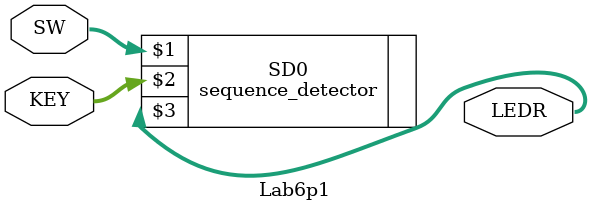
<source format=v>
`timescale 1ns / 1ns 
`include "sequence_detector.v"


module Lab6p1(SW, KEY, LEDR);
	 input [9:0] SW;
    input [3:0] KEY;
    output [9:0] LEDR;
	
	sequence_detector SD0(SW, KEY, LEDR);
endmodule

</source>
